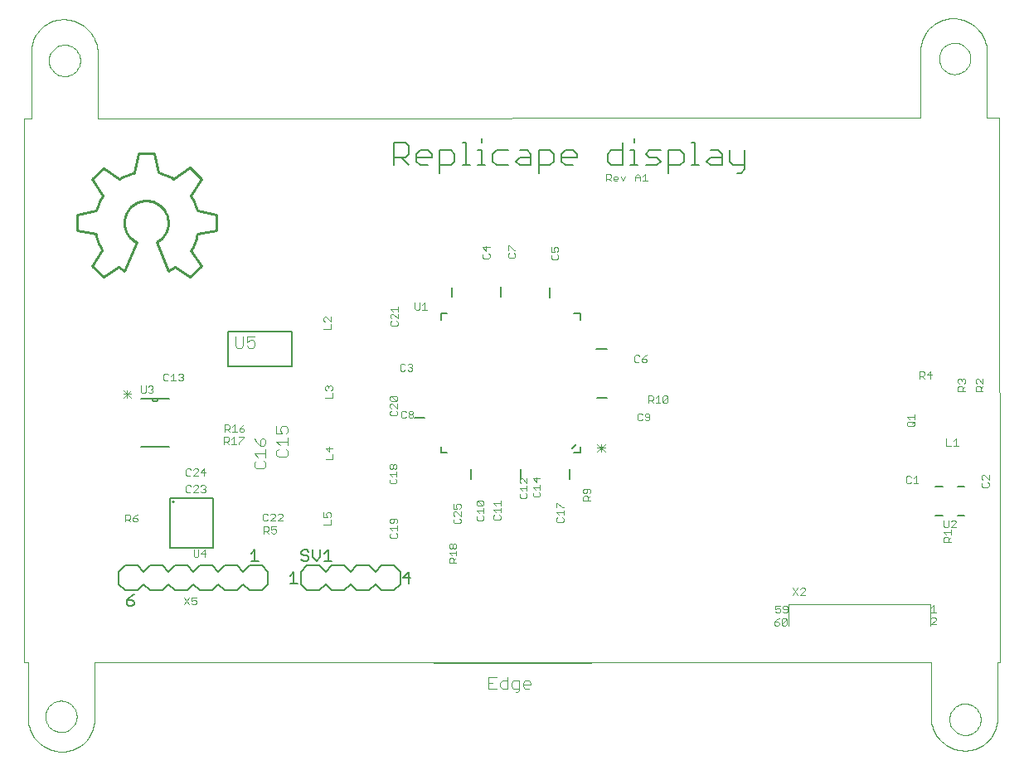
<source format=gto>
G75*
G70*
%OFA0B0*%
%FSLAX24Y24*%
%IPPOS*%
%LPD*%
%AMOC8*
5,1,8,0,0,1.08239X$1,22.5*
%
%ADD10C,0.0000*%
%ADD11C,0.0080*%
%ADD12C,0.0030*%
%ADD13C,0.0060*%
%ADD14C,0.0039*%
%ADD15C,0.0050*%
%ADD16C,0.0040*%
%ADD17C,0.0100*%
D10*
X001652Y000107D02*
X001722Y000109D01*
X001792Y000115D01*
X001862Y000124D01*
X001931Y000137D01*
X002000Y000154D01*
X002067Y000175D01*
X002133Y000199D01*
X002197Y000227D01*
X002260Y000258D01*
X002322Y000293D01*
X002381Y000331D01*
X002438Y000372D01*
X002493Y000416D01*
X002545Y000463D01*
X002595Y000513D01*
X002642Y000565D01*
X002686Y000620D01*
X002727Y000677D01*
X002765Y000736D01*
X002800Y000798D01*
X002831Y000861D01*
X002859Y000925D01*
X002883Y000991D01*
X002904Y001058D01*
X002921Y001127D01*
X002934Y001196D01*
X002943Y001266D01*
X002949Y001336D01*
X002951Y001406D01*
X002951Y003690D01*
X036573Y003690D01*
X036573Y001524D01*
X036575Y001452D01*
X036581Y001380D01*
X036590Y001308D01*
X036603Y001237D01*
X036620Y001167D01*
X036640Y001098D01*
X036665Y001030D01*
X036692Y000964D01*
X036723Y000898D01*
X036758Y000835D01*
X036795Y000773D01*
X036836Y000714D01*
X036880Y000657D01*
X036927Y000602D01*
X036977Y000550D01*
X037029Y000500D01*
X037084Y000453D01*
X037141Y000409D01*
X037200Y000368D01*
X037262Y000331D01*
X037325Y000296D01*
X037391Y000265D01*
X037457Y000238D01*
X037525Y000213D01*
X037594Y000193D01*
X037664Y000176D01*
X037735Y000163D01*
X037807Y000154D01*
X037879Y000148D01*
X037951Y000146D01*
X037321Y001406D02*
X037323Y001456D01*
X037329Y001506D01*
X037339Y001555D01*
X037353Y001603D01*
X037370Y001650D01*
X037391Y001695D01*
X037416Y001739D01*
X037444Y001780D01*
X037476Y001819D01*
X037510Y001856D01*
X037547Y001890D01*
X037587Y001920D01*
X037629Y001947D01*
X037673Y001971D01*
X037719Y001992D01*
X037766Y002008D01*
X037814Y002021D01*
X037864Y002030D01*
X037913Y002035D01*
X037964Y002036D01*
X038014Y002033D01*
X038063Y002026D01*
X038112Y002015D01*
X038160Y002000D01*
X038206Y001982D01*
X038251Y001960D01*
X038294Y001934D01*
X038335Y001905D01*
X038374Y001873D01*
X038410Y001838D01*
X038442Y001800D01*
X038472Y001760D01*
X038499Y001717D01*
X038522Y001673D01*
X038541Y001627D01*
X038557Y001579D01*
X038569Y001530D01*
X038577Y001481D01*
X038581Y001431D01*
X038581Y001381D01*
X038577Y001331D01*
X038569Y001282D01*
X038557Y001233D01*
X038541Y001185D01*
X038522Y001139D01*
X038499Y001095D01*
X038472Y001052D01*
X038442Y001012D01*
X038410Y000974D01*
X038374Y000939D01*
X038335Y000907D01*
X038294Y000878D01*
X038251Y000852D01*
X038206Y000830D01*
X038160Y000812D01*
X038112Y000797D01*
X038063Y000786D01*
X038014Y000779D01*
X037964Y000776D01*
X037913Y000777D01*
X037864Y000782D01*
X037814Y000791D01*
X037766Y000804D01*
X037719Y000820D01*
X037673Y000841D01*
X037629Y000865D01*
X037587Y000892D01*
X037547Y000922D01*
X037510Y000956D01*
X037476Y000993D01*
X037444Y001032D01*
X037416Y001073D01*
X037391Y001117D01*
X037370Y001162D01*
X037353Y001209D01*
X037339Y001257D01*
X037329Y001306D01*
X037323Y001356D01*
X037321Y001406D01*
X037951Y000147D02*
X038021Y000149D01*
X038091Y000155D01*
X038161Y000164D01*
X038230Y000177D01*
X038299Y000194D01*
X038366Y000215D01*
X038432Y000239D01*
X038496Y000267D01*
X038559Y000298D01*
X038621Y000333D01*
X038680Y000371D01*
X038737Y000412D01*
X038792Y000456D01*
X038844Y000503D01*
X038894Y000553D01*
X038941Y000605D01*
X038985Y000660D01*
X039026Y000717D01*
X039064Y000776D01*
X039099Y000838D01*
X039130Y000901D01*
X039158Y000965D01*
X039182Y001031D01*
X039203Y001098D01*
X039220Y001167D01*
X039233Y001236D01*
X039242Y001306D01*
X039248Y001376D01*
X039250Y001446D01*
X039250Y003690D01*
X039349Y003690D01*
X039329Y025619D01*
X038837Y025619D01*
X038837Y028217D01*
X036907Y027981D02*
X036909Y028031D01*
X036915Y028081D01*
X036925Y028130D01*
X036939Y028178D01*
X036956Y028225D01*
X036977Y028270D01*
X037002Y028314D01*
X037030Y028355D01*
X037062Y028394D01*
X037096Y028431D01*
X037133Y028465D01*
X037173Y028495D01*
X037215Y028522D01*
X037259Y028546D01*
X037305Y028567D01*
X037352Y028583D01*
X037400Y028596D01*
X037450Y028605D01*
X037499Y028610D01*
X037550Y028611D01*
X037600Y028608D01*
X037649Y028601D01*
X037698Y028590D01*
X037746Y028575D01*
X037792Y028557D01*
X037837Y028535D01*
X037880Y028509D01*
X037921Y028480D01*
X037960Y028448D01*
X037996Y028413D01*
X038028Y028375D01*
X038058Y028335D01*
X038085Y028292D01*
X038108Y028248D01*
X038127Y028202D01*
X038143Y028154D01*
X038155Y028105D01*
X038163Y028056D01*
X038167Y028006D01*
X038167Y027956D01*
X038163Y027906D01*
X038155Y027857D01*
X038143Y027808D01*
X038127Y027760D01*
X038108Y027714D01*
X038085Y027670D01*
X038058Y027627D01*
X038028Y027587D01*
X037996Y027549D01*
X037960Y027514D01*
X037921Y027482D01*
X037880Y027453D01*
X037837Y027427D01*
X037792Y027405D01*
X037746Y027387D01*
X037698Y027372D01*
X037649Y027361D01*
X037600Y027354D01*
X037550Y027351D01*
X037499Y027352D01*
X037450Y027357D01*
X037400Y027366D01*
X037352Y027379D01*
X037305Y027395D01*
X037259Y027416D01*
X037215Y027440D01*
X037173Y027467D01*
X037133Y027497D01*
X037096Y027531D01*
X037062Y027568D01*
X037030Y027607D01*
X037002Y027648D01*
X036977Y027692D01*
X036956Y027737D01*
X036939Y027784D01*
X036925Y027832D01*
X036915Y027881D01*
X036909Y027931D01*
X036907Y027981D01*
X037459Y029595D02*
X037531Y029593D01*
X037603Y029587D01*
X037675Y029578D01*
X037746Y029565D01*
X037816Y029548D01*
X037885Y029528D01*
X037953Y029503D01*
X038019Y029476D01*
X038085Y029445D01*
X038148Y029410D01*
X038210Y029373D01*
X038269Y029332D01*
X038326Y029288D01*
X038381Y029241D01*
X038433Y029191D01*
X038483Y029139D01*
X038530Y029084D01*
X038574Y029027D01*
X038615Y028968D01*
X038652Y028906D01*
X038687Y028843D01*
X038718Y028777D01*
X038745Y028711D01*
X038770Y028643D01*
X038790Y028574D01*
X038807Y028504D01*
X038820Y028433D01*
X038829Y028361D01*
X038835Y028289D01*
X038837Y028217D01*
X037459Y029595D02*
X037389Y029593D01*
X037319Y029587D01*
X037249Y029578D01*
X037180Y029565D01*
X037111Y029548D01*
X037044Y029527D01*
X036978Y029503D01*
X036914Y029475D01*
X036851Y029444D01*
X036789Y029409D01*
X036730Y029371D01*
X036673Y029330D01*
X036618Y029286D01*
X036566Y029239D01*
X036516Y029189D01*
X036469Y029137D01*
X036425Y029082D01*
X036384Y029025D01*
X036346Y028966D01*
X036311Y028904D01*
X036280Y028841D01*
X036252Y028777D01*
X036228Y028711D01*
X036207Y028644D01*
X036190Y028575D01*
X036177Y028506D01*
X036168Y028436D01*
X036162Y028366D01*
X036160Y028296D01*
X036160Y025619D01*
X003089Y025580D01*
X003089Y028178D01*
X001120Y027902D02*
X001122Y027952D01*
X001128Y028002D01*
X001138Y028051D01*
X001152Y028099D01*
X001169Y028146D01*
X001190Y028191D01*
X001215Y028235D01*
X001243Y028276D01*
X001275Y028315D01*
X001309Y028352D01*
X001346Y028386D01*
X001386Y028416D01*
X001428Y028443D01*
X001472Y028467D01*
X001518Y028488D01*
X001565Y028504D01*
X001613Y028517D01*
X001663Y028526D01*
X001712Y028531D01*
X001763Y028532D01*
X001813Y028529D01*
X001862Y028522D01*
X001911Y028511D01*
X001959Y028496D01*
X002005Y028478D01*
X002050Y028456D01*
X002093Y028430D01*
X002134Y028401D01*
X002173Y028369D01*
X002209Y028334D01*
X002241Y028296D01*
X002271Y028256D01*
X002298Y028213D01*
X002321Y028169D01*
X002340Y028123D01*
X002356Y028075D01*
X002368Y028026D01*
X002376Y027977D01*
X002380Y027927D01*
X002380Y027877D01*
X002376Y027827D01*
X002368Y027778D01*
X002356Y027729D01*
X002340Y027681D01*
X002321Y027635D01*
X002298Y027591D01*
X002271Y027548D01*
X002241Y027508D01*
X002209Y027470D01*
X002173Y027435D01*
X002134Y027403D01*
X002093Y027374D01*
X002050Y027348D01*
X002005Y027326D01*
X001959Y027308D01*
X001911Y027293D01*
X001862Y027282D01*
X001813Y027275D01*
X001763Y027272D01*
X001712Y027273D01*
X001663Y027278D01*
X001613Y027287D01*
X001565Y027300D01*
X001518Y027316D01*
X001472Y027337D01*
X001428Y027361D01*
X001386Y027388D01*
X001346Y027418D01*
X001309Y027452D01*
X001275Y027489D01*
X001243Y027528D01*
X001215Y027569D01*
X001190Y027613D01*
X001169Y027658D01*
X001152Y027705D01*
X001138Y027753D01*
X001128Y027802D01*
X001122Y027852D01*
X001120Y027902D01*
X001711Y029556D02*
X001783Y029554D01*
X001855Y029548D01*
X001927Y029539D01*
X001998Y029526D01*
X002068Y029509D01*
X002137Y029489D01*
X002205Y029464D01*
X002271Y029437D01*
X002337Y029406D01*
X002400Y029371D01*
X002462Y029334D01*
X002521Y029293D01*
X002578Y029249D01*
X002633Y029202D01*
X002685Y029152D01*
X002735Y029100D01*
X002782Y029045D01*
X002826Y028988D01*
X002867Y028929D01*
X002904Y028867D01*
X002939Y028804D01*
X002970Y028738D01*
X002997Y028672D01*
X003022Y028604D01*
X003042Y028535D01*
X003059Y028465D01*
X003072Y028394D01*
X003081Y028322D01*
X003087Y028250D01*
X003089Y028178D01*
X001711Y029556D02*
X001641Y029554D01*
X001571Y029548D01*
X001501Y029539D01*
X001432Y029526D01*
X001363Y029509D01*
X001296Y029488D01*
X001230Y029464D01*
X001166Y029436D01*
X001103Y029405D01*
X001041Y029370D01*
X000982Y029332D01*
X000925Y029291D01*
X000870Y029247D01*
X000818Y029200D01*
X000768Y029150D01*
X000721Y029098D01*
X000677Y029043D01*
X000636Y028986D01*
X000598Y028927D01*
X000563Y028865D01*
X000532Y028802D01*
X000504Y028738D01*
X000480Y028672D01*
X000459Y028605D01*
X000442Y028536D01*
X000429Y028467D01*
X000420Y028397D01*
X000414Y028327D01*
X000412Y028257D01*
X000411Y028257D02*
X000411Y025580D01*
X000136Y025580D01*
X000136Y003690D01*
X000274Y003690D01*
X000274Y001485D01*
X000982Y001524D02*
X000984Y001574D01*
X000990Y001624D01*
X001000Y001673D01*
X001014Y001721D01*
X001031Y001768D01*
X001052Y001813D01*
X001077Y001857D01*
X001105Y001898D01*
X001137Y001937D01*
X001171Y001974D01*
X001208Y002008D01*
X001248Y002038D01*
X001290Y002065D01*
X001334Y002089D01*
X001380Y002110D01*
X001427Y002126D01*
X001475Y002139D01*
X001525Y002148D01*
X001574Y002153D01*
X001625Y002154D01*
X001675Y002151D01*
X001724Y002144D01*
X001773Y002133D01*
X001821Y002118D01*
X001867Y002100D01*
X001912Y002078D01*
X001955Y002052D01*
X001996Y002023D01*
X002035Y001991D01*
X002071Y001956D01*
X002103Y001918D01*
X002133Y001878D01*
X002160Y001835D01*
X002183Y001791D01*
X002202Y001745D01*
X002218Y001697D01*
X002230Y001648D01*
X002238Y001599D01*
X002242Y001549D01*
X002242Y001499D01*
X002238Y001449D01*
X002230Y001400D01*
X002218Y001351D01*
X002202Y001303D01*
X002183Y001257D01*
X002160Y001213D01*
X002133Y001170D01*
X002103Y001130D01*
X002071Y001092D01*
X002035Y001057D01*
X001996Y001025D01*
X001955Y000996D01*
X001912Y000970D01*
X001867Y000948D01*
X001821Y000930D01*
X001773Y000915D01*
X001724Y000904D01*
X001675Y000897D01*
X001625Y000894D01*
X001574Y000895D01*
X001525Y000900D01*
X001475Y000909D01*
X001427Y000922D01*
X001380Y000938D01*
X001334Y000959D01*
X001290Y000983D01*
X001248Y001010D01*
X001208Y001040D01*
X001171Y001074D01*
X001137Y001111D01*
X001105Y001150D01*
X001077Y001191D01*
X001052Y001235D01*
X001031Y001280D01*
X001014Y001327D01*
X001000Y001375D01*
X000990Y001424D01*
X000984Y001474D01*
X000982Y001524D01*
X000274Y001485D02*
X000276Y001413D01*
X000282Y001341D01*
X000291Y001269D01*
X000304Y001198D01*
X000321Y001128D01*
X000341Y001059D01*
X000366Y000991D01*
X000393Y000925D01*
X000424Y000859D01*
X000459Y000796D01*
X000496Y000734D01*
X000537Y000675D01*
X000581Y000618D01*
X000628Y000563D01*
X000678Y000511D01*
X000730Y000461D01*
X000785Y000414D01*
X000842Y000370D01*
X000901Y000329D01*
X000963Y000292D01*
X001026Y000257D01*
X001092Y000226D01*
X001158Y000199D01*
X001226Y000174D01*
X001295Y000154D01*
X001365Y000137D01*
X001436Y000124D01*
X001508Y000115D01*
X001580Y000109D01*
X001652Y000107D01*
D11*
X008314Y015608D02*
X008314Y017008D01*
X010895Y017008D01*
X010895Y015608D01*
X008314Y015608D01*
X016821Y023384D02*
X016821Y024304D01*
X017281Y024304D01*
X017434Y024151D01*
X017434Y023844D01*
X017281Y023690D01*
X016821Y023690D01*
X016514Y023997D02*
X015900Y023997D01*
X015900Y023844D02*
X015900Y024151D01*
X016053Y024304D01*
X016360Y024304D01*
X016514Y024151D01*
X016514Y023997D01*
X016360Y023690D02*
X016053Y023690D01*
X015900Y023844D01*
X015593Y023690D02*
X015286Y023997D01*
X015439Y023997D02*
X014979Y023997D01*
X014979Y023690D02*
X014979Y024611D01*
X015439Y024611D01*
X015593Y024458D01*
X015593Y024151D01*
X015439Y023997D01*
X017741Y023690D02*
X018048Y023690D01*
X017895Y023690D02*
X017895Y024611D01*
X017741Y024611D01*
X018355Y024304D02*
X018509Y024304D01*
X018509Y023690D01*
X018662Y023690D02*
X018355Y023690D01*
X018969Y023844D02*
X019122Y023690D01*
X019583Y023690D01*
X019890Y023844D02*
X020043Y023997D01*
X020504Y023997D01*
X020504Y024151D02*
X020504Y023690D01*
X020043Y023690D01*
X019890Y023844D01*
X020043Y024304D02*
X020350Y024304D01*
X020504Y024151D01*
X020810Y024304D02*
X021271Y024304D01*
X021424Y024151D01*
X021424Y023844D01*
X021271Y023690D01*
X020810Y023690D01*
X020810Y023384D02*
X020810Y024304D01*
X021731Y024151D02*
X021731Y023844D01*
X021885Y023690D01*
X022192Y023690D01*
X022345Y023997D02*
X021731Y023997D01*
X021731Y024151D02*
X021885Y024304D01*
X022192Y024304D01*
X022345Y024151D01*
X022345Y023997D01*
X023573Y023844D02*
X023726Y023690D01*
X024186Y023690D01*
X024186Y024611D01*
X024186Y024304D02*
X023726Y024304D01*
X023573Y024151D01*
X023573Y023844D01*
X024493Y023690D02*
X024800Y023690D01*
X024647Y023690D02*
X024647Y024304D01*
X024493Y024304D01*
X024647Y024611D02*
X024647Y024765D01*
X025261Y024304D02*
X025721Y024304D01*
X026028Y024304D02*
X026488Y024304D01*
X026642Y024151D01*
X026642Y023844D01*
X026488Y023690D01*
X026028Y023690D01*
X026028Y023384D02*
X026028Y024304D01*
X025721Y023844D02*
X025568Y023997D01*
X025261Y023997D01*
X025107Y024151D01*
X025261Y024304D01*
X025721Y023844D02*
X025568Y023690D01*
X025107Y023690D01*
X026949Y023690D02*
X027256Y023690D01*
X027102Y023690D02*
X027102Y024611D01*
X026949Y024611D01*
X027716Y024304D02*
X028023Y024304D01*
X028176Y024151D01*
X028176Y023690D01*
X027716Y023690D01*
X027563Y023844D01*
X027716Y023997D01*
X028176Y023997D01*
X028483Y023844D02*
X028637Y023690D01*
X029097Y023690D01*
X029097Y023537D02*
X028944Y023384D01*
X028790Y023384D01*
X029097Y023537D02*
X029097Y024304D01*
X028483Y024304D02*
X028483Y023844D01*
X019583Y024304D02*
X019122Y024304D01*
X018969Y024151D01*
X018969Y023844D01*
X018509Y024611D02*
X018509Y024765D01*
X036770Y010769D02*
X037057Y010769D01*
X037645Y010769D02*
X037932Y010769D01*
X037932Y009608D02*
X037645Y009608D01*
X037057Y009608D02*
X036770Y009608D01*
D12*
X037097Y009419D02*
X037097Y009177D01*
X037145Y009129D01*
X037242Y009129D01*
X037290Y009177D01*
X037290Y009419D01*
X037392Y009370D02*
X037440Y009419D01*
X037537Y009419D01*
X037585Y009370D01*
X037585Y009322D01*
X037392Y009129D01*
X037585Y009129D01*
X037388Y009032D02*
X037388Y008839D01*
X037388Y008935D02*
X037098Y008935D01*
X037194Y008839D01*
X037146Y008737D02*
X037243Y008737D01*
X037291Y008689D01*
X037291Y008544D01*
X037291Y008641D02*
X037388Y008737D01*
X037388Y008544D02*
X037098Y008544D01*
X037098Y008689D01*
X037146Y008737D01*
X036070Y010900D02*
X035877Y010900D01*
X035974Y010900D02*
X035974Y011190D01*
X035877Y011093D01*
X035776Y011142D02*
X035727Y011190D01*
X035631Y011190D01*
X035582Y011142D01*
X035582Y010948D01*
X035631Y010900D01*
X035727Y010900D01*
X035776Y010948D01*
X037187Y012410D02*
X037380Y012410D01*
X037482Y012410D02*
X037675Y012410D01*
X037578Y012410D02*
X037578Y012701D01*
X037482Y012604D01*
X037187Y012701D02*
X037187Y012410D01*
X035906Y013239D02*
X035858Y013191D01*
X035664Y013191D01*
X035616Y013239D01*
X035616Y013336D01*
X035664Y013384D01*
X035858Y013384D01*
X035906Y013336D01*
X035906Y013239D01*
X035810Y013288D02*
X035906Y013384D01*
X035906Y013486D02*
X035906Y013679D01*
X035906Y013582D02*
X035616Y013582D01*
X035713Y013486D01*
X036121Y015116D02*
X036121Y015406D01*
X036266Y015406D01*
X036315Y015358D01*
X036315Y015261D01*
X036266Y015213D01*
X036121Y015213D01*
X036218Y015213D02*
X036315Y015116D01*
X036416Y015261D02*
X036609Y015261D01*
X036561Y015116D02*
X036561Y015406D01*
X036416Y015261D01*
X037671Y015056D02*
X037720Y015104D01*
X037768Y015104D01*
X037816Y015056D01*
X037865Y015104D01*
X037913Y015104D01*
X037961Y015056D01*
X037961Y014959D01*
X037913Y014911D01*
X037961Y014810D02*
X037865Y014713D01*
X037865Y014761D02*
X037865Y014616D01*
X037961Y014616D02*
X037671Y014616D01*
X037671Y014761D01*
X037720Y014810D01*
X037816Y014810D01*
X037865Y014761D01*
X037720Y014911D02*
X037671Y014959D01*
X037671Y015056D01*
X037816Y015056D02*
X037816Y015008D01*
X038380Y015056D02*
X038380Y014959D01*
X038428Y014911D01*
X038428Y014810D02*
X038380Y014761D01*
X038380Y014616D01*
X038670Y014616D01*
X038573Y014616D02*
X038573Y014761D01*
X038525Y014810D01*
X038428Y014810D01*
X038573Y014713D02*
X038670Y014810D01*
X038670Y014911D02*
X038477Y015104D01*
X038428Y015104D01*
X038380Y015056D01*
X038670Y015104D02*
X038670Y014911D01*
X038668Y011238D02*
X038620Y011190D01*
X038620Y011093D01*
X038668Y011045D01*
X038668Y010944D02*
X038620Y010895D01*
X038620Y010799D01*
X038668Y010750D01*
X038862Y010750D01*
X038910Y010799D01*
X038910Y010895D01*
X038862Y010944D01*
X038910Y011045D02*
X038716Y011238D01*
X038668Y011238D01*
X038910Y011238D02*
X038910Y011045D01*
X036696Y005999D02*
X036696Y005709D01*
X036696Y005999D01*
X036600Y005902D01*
X036696Y005999D01*
X036600Y005709D02*
X036793Y005709D01*
X036600Y005709D01*
X036636Y005511D02*
X036588Y005462D01*
X036636Y005511D01*
X036733Y005511D01*
X036781Y005462D01*
X036781Y005414D01*
X036588Y005221D01*
X036781Y005221D01*
X036588Y005221D01*
X036781Y005414D01*
X036781Y005462D01*
X036733Y005511D01*
X036636Y005511D01*
X031525Y006402D02*
X031331Y006402D01*
X031525Y006595D01*
X031525Y006643D01*
X031476Y006692D01*
X031380Y006692D01*
X031331Y006643D01*
X031230Y006692D02*
X031037Y006402D01*
X031230Y006402D02*
X031037Y006692D01*
X030768Y005983D02*
X030671Y005983D01*
X030623Y005935D01*
X030623Y005886D01*
X030671Y005838D01*
X030816Y005838D01*
X030671Y005838D01*
X030623Y005886D01*
X030623Y005935D01*
X030671Y005983D01*
X030768Y005983D01*
X030816Y005935D01*
X030816Y005741D01*
X030768Y005693D01*
X030671Y005693D01*
X030623Y005741D01*
X030671Y005693D01*
X030768Y005693D01*
X030816Y005741D01*
X030816Y005935D01*
X030768Y005983D01*
X030522Y005983D02*
X030328Y005983D01*
X030328Y005838D01*
X030425Y005886D01*
X030473Y005886D01*
X030522Y005838D01*
X030522Y005741D01*
X030473Y005693D01*
X030376Y005693D01*
X030328Y005741D01*
X030376Y005693D01*
X030473Y005693D01*
X030522Y005741D01*
X030522Y005838D01*
X030473Y005886D01*
X030425Y005886D01*
X030328Y005838D01*
X030328Y005983D01*
X030522Y005983D01*
X030482Y005471D02*
X030385Y005423D01*
X030289Y005326D01*
X030434Y005326D01*
X030482Y005278D01*
X030482Y005229D01*
X030434Y005181D01*
X030337Y005181D01*
X030289Y005229D01*
X030289Y005326D01*
X030434Y005326D01*
X030482Y005278D01*
X030482Y005229D01*
X030434Y005181D01*
X030337Y005181D01*
X030289Y005229D01*
X030289Y005326D01*
X030385Y005423D01*
X030482Y005471D01*
X030583Y005423D02*
X030583Y005229D01*
X030777Y005423D01*
X030777Y005229D01*
X030728Y005181D01*
X030632Y005181D01*
X030583Y005229D01*
X030777Y005423D01*
X030728Y005471D01*
X030632Y005471D01*
X030583Y005423D01*
X030632Y005471D01*
X030728Y005471D01*
X030777Y005423D01*
X030777Y005229D01*
X030728Y005181D01*
X030632Y005181D01*
X030583Y005229D01*
X030583Y005423D01*
X022896Y010196D02*
X022605Y010196D01*
X022605Y010341D01*
X022654Y010390D01*
X022751Y010390D01*
X022799Y010341D01*
X022799Y010196D01*
X022799Y010293D02*
X022896Y010390D01*
X022847Y010491D02*
X022896Y010539D01*
X022896Y010636D01*
X022847Y010684D01*
X022654Y010684D01*
X022605Y010636D01*
X022605Y010539D01*
X022654Y010491D01*
X022702Y010491D01*
X022751Y010539D01*
X022751Y010684D01*
X021813Y009920D02*
X021765Y009920D01*
X021571Y010113D01*
X021523Y010113D01*
X021523Y009920D01*
X021523Y009722D02*
X021813Y009722D01*
X021813Y009625D02*
X021813Y009819D01*
X021619Y009625D02*
X021523Y009722D01*
X021571Y009524D02*
X021523Y009476D01*
X021523Y009379D01*
X021571Y009331D01*
X021765Y009331D01*
X021813Y009379D01*
X021813Y009476D01*
X021765Y009524D01*
X020868Y010403D02*
X020820Y010354D01*
X020626Y010354D01*
X020578Y010403D01*
X020578Y010499D01*
X020626Y010548D01*
X020675Y010649D02*
X020578Y010746D01*
X020868Y010746D01*
X020868Y010842D02*
X020868Y010649D01*
X020820Y010548D02*
X020868Y010499D01*
X020868Y010403D01*
X020337Y010363D02*
X020337Y010460D01*
X020288Y010508D01*
X020337Y010610D02*
X020337Y010803D01*
X020337Y010706D02*
X020046Y010706D01*
X020143Y010610D01*
X020095Y010508D02*
X020046Y010460D01*
X020046Y010363D01*
X020095Y010315D01*
X020288Y010315D01*
X020337Y010363D01*
X020337Y010904D02*
X020143Y011098D01*
X020095Y011098D01*
X020046Y011049D01*
X020046Y010953D01*
X020095Y010904D01*
X020337Y010904D02*
X020337Y011098D01*
X020578Y011089D02*
X020723Y010944D01*
X020723Y011137D01*
X020868Y011089D02*
X020578Y011089D01*
X019274Y010212D02*
X019274Y010018D01*
X019274Y010115D02*
X018983Y010115D01*
X019080Y010018D01*
X019274Y009917D02*
X019274Y009724D01*
X019274Y009820D02*
X018983Y009820D01*
X019080Y009724D01*
X019032Y009623D02*
X018983Y009574D01*
X018983Y009477D01*
X019032Y009429D01*
X019225Y009429D01*
X019274Y009477D01*
X019274Y009574D01*
X019225Y009623D01*
X018604Y009555D02*
X018604Y009458D01*
X018556Y009409D01*
X018362Y009409D01*
X018314Y009458D01*
X018314Y009555D01*
X018362Y009603D01*
X018411Y009704D02*
X018314Y009801D01*
X018604Y009801D01*
X018604Y009704D02*
X018604Y009898D01*
X018556Y009999D02*
X018362Y010192D01*
X018556Y010192D01*
X018604Y010144D01*
X018604Y010047D01*
X018556Y009999D01*
X018362Y009999D01*
X018314Y010047D01*
X018314Y010144D01*
X018362Y010192D01*
X018556Y009603D02*
X018604Y009555D01*
X017679Y009586D02*
X017486Y009779D01*
X017437Y009779D01*
X017389Y009731D01*
X017389Y009634D01*
X017437Y009586D01*
X017437Y009485D02*
X017389Y009436D01*
X017389Y009340D01*
X017437Y009291D01*
X017631Y009291D01*
X017679Y009340D01*
X017679Y009436D01*
X017631Y009485D01*
X017679Y009586D02*
X017679Y009779D01*
X017631Y009881D02*
X017679Y009929D01*
X017679Y010026D01*
X017631Y010074D01*
X017534Y010074D01*
X017486Y010026D01*
X017486Y009977D01*
X017534Y009881D01*
X017389Y009881D01*
X017389Y010074D01*
X017405Y008480D02*
X017454Y008480D01*
X017502Y008431D01*
X017502Y008334D01*
X017454Y008286D01*
X017405Y008286D01*
X017357Y008334D01*
X017357Y008431D01*
X017405Y008480D01*
X017357Y008431D02*
X017308Y008480D01*
X017260Y008480D01*
X017212Y008431D01*
X017212Y008334D01*
X017260Y008286D01*
X017308Y008286D01*
X017357Y008334D01*
X017502Y008185D02*
X017502Y007991D01*
X017502Y008088D02*
X017212Y008088D01*
X017308Y007991D01*
X017260Y007890D02*
X017357Y007890D01*
X017405Y007842D01*
X017405Y007697D01*
X017405Y007794D02*
X017502Y007890D01*
X017502Y007697D02*
X017212Y007697D01*
X017212Y007842D01*
X017260Y007890D01*
X015122Y008751D02*
X015122Y008848D01*
X015074Y008896D01*
X015122Y008997D02*
X015122Y009191D01*
X015122Y009094D02*
X014832Y009094D01*
X014929Y008997D01*
X014880Y008896D02*
X014832Y008848D01*
X014832Y008751D01*
X014880Y008703D01*
X015074Y008703D01*
X015122Y008751D01*
X015074Y009292D02*
X015122Y009340D01*
X015122Y009437D01*
X015074Y009485D01*
X014880Y009485D01*
X014832Y009437D01*
X014832Y009340D01*
X014880Y009292D01*
X014929Y009292D01*
X014977Y009340D01*
X014977Y009485D01*
X015054Y010888D02*
X014860Y010888D01*
X014812Y010936D01*
X014812Y011033D01*
X014860Y011081D01*
X014909Y011182D02*
X014812Y011279D01*
X015102Y011279D01*
X015102Y011182D02*
X015102Y011376D01*
X015054Y011477D02*
X015006Y011477D01*
X014957Y011525D01*
X014957Y011622D01*
X015006Y011671D01*
X015054Y011671D01*
X015102Y011622D01*
X015102Y011525D01*
X015054Y011477D01*
X014957Y011525D02*
X014909Y011477D01*
X014860Y011477D01*
X014812Y011525D01*
X014812Y011622D01*
X014860Y011671D01*
X014909Y011671D01*
X014957Y011622D01*
X015054Y011081D02*
X015102Y011033D01*
X015102Y010936D01*
X015054Y010888D01*
X012534Y011872D02*
X012534Y012066D01*
X012389Y012167D02*
X012389Y012360D01*
X012534Y012312D02*
X012244Y012312D01*
X012389Y012167D01*
X012244Y011872D02*
X012534Y011872D01*
X014832Y013672D02*
X014880Y013624D01*
X015074Y013624D01*
X015122Y013672D01*
X015122Y013769D01*
X015074Y013817D01*
X015122Y013919D02*
X014929Y014112D01*
X014880Y014112D01*
X014832Y014064D01*
X014832Y013967D01*
X014880Y013919D01*
X014880Y013817D02*
X014832Y013769D01*
X014832Y013672D01*
X015122Y013919D02*
X015122Y014112D01*
X015074Y014213D02*
X014880Y014407D01*
X015074Y014407D01*
X015122Y014358D01*
X015122Y014262D01*
X015074Y014213D01*
X014880Y014213D01*
X014832Y014262D01*
X014832Y014358D01*
X014880Y014407D01*
X015332Y013819D02*
X015284Y013770D01*
X015284Y013577D01*
X015332Y013528D01*
X015429Y013528D01*
X015478Y013577D01*
X015579Y013577D02*
X015579Y013625D01*
X015627Y013674D01*
X015724Y013674D01*
X015772Y013625D01*
X015772Y013577D01*
X015724Y013528D01*
X015627Y013528D01*
X015579Y013577D01*
X015627Y013674D02*
X015579Y013722D01*
X015579Y013770D01*
X015627Y013819D01*
X015724Y013819D01*
X015772Y013770D01*
X015772Y013722D01*
X015724Y013674D01*
X015478Y013770D02*
X015429Y013819D01*
X015332Y013819D01*
X015293Y015418D02*
X015390Y015418D01*
X015438Y015467D01*
X015539Y015467D02*
X015588Y015418D01*
X015684Y015418D01*
X015733Y015467D01*
X015733Y015515D01*
X015684Y015563D01*
X015636Y015563D01*
X015684Y015563D02*
X015733Y015612D01*
X015733Y015660D01*
X015684Y015708D01*
X015588Y015708D01*
X015539Y015660D01*
X015438Y015660D02*
X015390Y015708D01*
X015293Y015708D01*
X015245Y015660D01*
X015245Y015467D01*
X015293Y015418D01*
X015093Y017226D02*
X014900Y017226D01*
X014851Y017275D01*
X014851Y017371D01*
X014900Y017420D01*
X014900Y017521D02*
X014851Y017569D01*
X014851Y017666D01*
X014900Y017714D01*
X014948Y017714D01*
X015142Y017521D01*
X015142Y017714D01*
X015142Y017816D02*
X015142Y018009D01*
X015142Y017912D02*
X014851Y017912D01*
X014948Y017816D01*
X015093Y017420D02*
X015142Y017371D01*
X015142Y017275D01*
X015093Y017226D01*
X015838Y017924D02*
X015886Y017876D01*
X015983Y017876D01*
X016032Y017924D01*
X016032Y018166D01*
X016133Y018069D02*
X016230Y018166D01*
X016230Y017876D01*
X016326Y017876D02*
X016133Y017876D01*
X015838Y017924D02*
X015838Y018166D01*
X018557Y019999D02*
X018605Y019951D01*
X018799Y019951D01*
X018847Y019999D01*
X018847Y020096D01*
X018799Y020144D01*
X018702Y020245D02*
X018557Y020391D01*
X018847Y020391D01*
X018702Y020439D02*
X018702Y020245D01*
X018605Y020144D02*
X018557Y020096D01*
X018557Y019999D01*
X019581Y020019D02*
X019629Y019971D01*
X019823Y019971D01*
X019871Y020019D01*
X019871Y020116D01*
X019823Y020164D01*
X019823Y020265D02*
X019629Y020459D01*
X019581Y020459D01*
X019581Y020265D01*
X019629Y020164D02*
X019581Y020116D01*
X019581Y020019D01*
X019823Y020265D02*
X019871Y020265D01*
X021313Y020206D02*
X021458Y020206D01*
X021410Y020303D01*
X021410Y020351D01*
X021458Y020400D01*
X021555Y020400D01*
X021603Y020351D01*
X021603Y020254D01*
X021555Y020206D01*
X021555Y020105D02*
X021603Y020057D01*
X021603Y019960D01*
X021555Y019911D01*
X021361Y019911D01*
X021313Y019960D01*
X021313Y020057D01*
X021361Y020105D01*
X021313Y020206D02*
X021313Y020400D01*
X023517Y023055D02*
X023517Y023345D01*
X023662Y023345D01*
X023711Y023297D01*
X023711Y023200D01*
X023662Y023152D01*
X023517Y023152D01*
X023614Y023152D02*
X023711Y023055D01*
X023812Y023104D02*
X023812Y023200D01*
X023860Y023249D01*
X023957Y023249D01*
X024005Y023200D01*
X024005Y023152D01*
X023812Y023152D01*
X023812Y023104D02*
X023860Y023055D01*
X023957Y023055D01*
X024106Y023249D02*
X024203Y023055D01*
X024300Y023249D01*
X024696Y023249D02*
X024696Y023055D01*
X024696Y023200D02*
X024889Y023200D01*
X024889Y023249D02*
X024889Y023055D01*
X024990Y023055D02*
X025184Y023055D01*
X025087Y023055D02*
X025087Y023345D01*
X024990Y023249D01*
X024889Y023249D02*
X024792Y023345D01*
X024696Y023249D01*
X024713Y016056D02*
X024665Y016008D01*
X024665Y015814D01*
X024713Y015766D01*
X024810Y015766D01*
X024858Y015814D01*
X024959Y015814D02*
X025008Y015766D01*
X025104Y015766D01*
X025153Y015814D01*
X025153Y015863D01*
X025104Y015911D01*
X024959Y015911D01*
X024959Y015814D01*
X024959Y015911D02*
X025056Y016008D01*
X025153Y016056D01*
X024858Y016008D02*
X024810Y016056D01*
X024713Y016056D01*
X025216Y014422D02*
X025361Y014422D01*
X025409Y014374D01*
X025409Y014277D01*
X025361Y014229D01*
X025216Y014229D01*
X025313Y014229D02*
X025409Y014132D01*
X025511Y014132D02*
X025704Y014132D01*
X025607Y014132D02*
X025607Y014422D01*
X025511Y014325D01*
X025805Y014374D02*
X025805Y014180D01*
X025999Y014374D01*
X025999Y014180D01*
X025950Y014132D01*
X025854Y014132D01*
X025805Y014180D01*
X025805Y014374D02*
X025854Y014422D01*
X025950Y014422D01*
X025999Y014374D01*
X025216Y014422D02*
X025216Y014132D01*
X025223Y013714D02*
X025126Y013714D01*
X025077Y013665D01*
X025077Y013617D01*
X025126Y013568D01*
X025271Y013568D01*
X025271Y013472D02*
X025271Y013665D01*
X025223Y013714D01*
X025271Y013472D02*
X025223Y013423D01*
X025126Y013423D01*
X025077Y013472D01*
X024976Y013472D02*
X024928Y013423D01*
X024831Y013423D01*
X024783Y013472D01*
X024783Y013665D01*
X024831Y013714D01*
X024928Y013714D01*
X024976Y013665D01*
X023478Y012477D02*
X023165Y012163D01*
X023321Y012163D02*
X023321Y012477D01*
X023165Y012477D02*
X023478Y012163D01*
X023478Y012320D02*
X023165Y012320D01*
X012515Y014333D02*
X012515Y014526D01*
X012466Y014627D02*
X012515Y014676D01*
X012515Y014772D01*
X012466Y014821D01*
X012418Y014821D01*
X012369Y014772D01*
X012369Y014724D01*
X012369Y014772D02*
X012321Y014821D01*
X012273Y014821D01*
X012224Y014772D01*
X012224Y014676D01*
X012273Y014627D01*
X012224Y014333D02*
X012515Y014333D01*
X012456Y017108D02*
X012165Y017108D01*
X012456Y017108D02*
X012456Y017302D01*
X012456Y017403D02*
X012262Y017596D01*
X012214Y017596D01*
X012165Y017548D01*
X012165Y017451D01*
X012214Y017403D01*
X012456Y017403D02*
X012456Y017596D01*
X008971Y013261D02*
X008874Y013212D01*
X008778Y013116D01*
X008923Y013116D01*
X008971Y013067D01*
X008971Y013019D01*
X008923Y012971D01*
X008826Y012971D01*
X008778Y013019D01*
X008778Y013116D01*
X008676Y012971D02*
X008483Y012971D01*
X008580Y012971D02*
X008580Y013261D01*
X008483Y013164D01*
X008382Y013116D02*
X008333Y013067D01*
X008188Y013067D01*
X008188Y012971D02*
X008188Y013261D01*
X008333Y013261D01*
X008382Y013212D01*
X008382Y013116D01*
X008285Y013067D02*
X008382Y012971D01*
X008314Y012769D02*
X008362Y012720D01*
X008362Y012624D01*
X008314Y012575D01*
X008169Y012575D01*
X008265Y012575D02*
X008362Y012478D01*
X008463Y012478D02*
X008657Y012478D01*
X008560Y012478D02*
X008560Y012769D01*
X008463Y012672D01*
X008314Y012769D02*
X008169Y012769D01*
X008169Y012478D01*
X008758Y012478D02*
X008758Y012527D01*
X008951Y012720D01*
X008951Y012769D01*
X008758Y012769D01*
X007368Y011489D02*
X007222Y011344D01*
X007416Y011344D01*
X007368Y011199D02*
X007368Y011489D01*
X007121Y011441D02*
X007073Y011489D01*
X006976Y011489D01*
X006928Y011441D01*
X006827Y011441D02*
X006778Y011489D01*
X006682Y011489D01*
X006633Y011441D01*
X006633Y011247D01*
X006682Y011199D01*
X006778Y011199D01*
X006827Y011247D01*
X006928Y011199D02*
X007121Y011392D01*
X007121Y011441D01*
X007121Y011199D02*
X006928Y011199D01*
X006976Y010820D02*
X006928Y010771D01*
X006976Y010820D02*
X007073Y010820D01*
X007121Y010771D01*
X007121Y010723D01*
X006928Y010530D01*
X007121Y010530D01*
X007222Y010578D02*
X007271Y010530D01*
X007368Y010530D01*
X007416Y010578D01*
X007416Y010626D01*
X007368Y010675D01*
X007319Y010675D01*
X007368Y010675D02*
X007416Y010723D01*
X007416Y010771D01*
X007368Y010820D01*
X007271Y010820D01*
X007222Y010771D01*
X006827Y010771D02*
X006778Y010820D01*
X006682Y010820D01*
X006633Y010771D01*
X006633Y010578D01*
X006682Y010530D01*
X006778Y010530D01*
X006827Y010578D01*
X004689Y009645D02*
X004593Y009597D01*
X004496Y009500D01*
X004641Y009500D01*
X004689Y009452D01*
X004689Y009404D01*
X004641Y009355D01*
X004544Y009355D01*
X004496Y009404D01*
X004496Y009500D01*
X004395Y009500D02*
X004346Y009452D01*
X004201Y009452D01*
X004201Y009355D02*
X004201Y009645D01*
X004346Y009645D01*
X004395Y009597D01*
X004395Y009500D01*
X004298Y009452D02*
X004395Y009355D01*
X006942Y008227D02*
X006942Y007985D01*
X006991Y007937D01*
X007087Y007937D01*
X007136Y007985D01*
X007136Y008227D01*
X007237Y008082D02*
X007430Y008082D01*
X007382Y007937D02*
X007382Y008227D01*
X007237Y008082D01*
X007046Y006312D02*
X006852Y006312D01*
X006852Y006167D01*
X006949Y006216D01*
X006997Y006216D01*
X007046Y006167D01*
X007046Y006071D01*
X006997Y006022D01*
X006901Y006022D01*
X006852Y006071D01*
X006751Y006022D02*
X006558Y006312D01*
X006751Y006312D02*
X006558Y006022D01*
X009763Y008876D02*
X009763Y009166D01*
X009908Y009166D01*
X009957Y009118D01*
X009957Y009021D01*
X009908Y008973D01*
X009763Y008973D01*
X009860Y008973D02*
X009957Y008876D01*
X010058Y008924D02*
X010106Y008876D01*
X010203Y008876D01*
X010251Y008924D01*
X010251Y009021D01*
X010203Y009069D01*
X010154Y009069D01*
X010058Y009021D01*
X010058Y009166D01*
X010251Y009166D01*
X010212Y009388D02*
X010018Y009388D01*
X010212Y009581D01*
X010212Y009630D01*
X010164Y009678D01*
X010067Y009678D01*
X010018Y009630D01*
X009917Y009630D02*
X009869Y009678D01*
X009772Y009678D01*
X009724Y009630D01*
X009724Y009436D01*
X009772Y009388D01*
X009869Y009388D01*
X009917Y009436D01*
X010313Y009388D02*
X010506Y009581D01*
X010506Y009630D01*
X010458Y009678D01*
X010361Y009678D01*
X010313Y009630D01*
X010313Y009388D02*
X010506Y009388D01*
X012165Y009529D02*
X012310Y009529D01*
X012262Y009626D01*
X012262Y009674D01*
X012310Y009722D01*
X012407Y009722D01*
X012456Y009674D01*
X012456Y009577D01*
X012407Y009529D01*
X012456Y009428D02*
X012456Y009234D01*
X012165Y009234D01*
X012165Y009529D02*
X012165Y009722D01*
X005303Y014578D02*
X005254Y014530D01*
X005158Y014530D01*
X005109Y014578D01*
X005008Y014578D02*
X005008Y014820D01*
X005109Y014771D02*
X005158Y014820D01*
X005254Y014820D01*
X005303Y014771D01*
X005303Y014723D01*
X005254Y014675D01*
X005303Y014626D01*
X005303Y014578D01*
X005254Y014675D02*
X005206Y014675D01*
X005008Y014578D02*
X004960Y014530D01*
X004863Y014530D01*
X004815Y014578D01*
X004815Y014820D01*
X004420Y014652D02*
X004107Y014339D01*
X004420Y014652D01*
X004420Y014496D02*
X004107Y014496D01*
X004420Y014496D01*
X004420Y014339D02*
X004107Y014652D01*
X004420Y014339D01*
X004264Y014339D02*
X004264Y014652D01*
X004264Y014339D01*
X005737Y015073D02*
X005786Y015025D01*
X005883Y015025D01*
X005931Y015073D01*
X006032Y015025D02*
X006226Y015025D01*
X006129Y015025D02*
X006129Y015315D01*
X006032Y015218D01*
X005931Y015266D02*
X005883Y015315D01*
X005786Y015315D01*
X005737Y015266D01*
X005737Y015073D01*
X006327Y015073D02*
X006375Y015025D01*
X006472Y015025D01*
X006520Y015073D01*
X006520Y015121D01*
X006472Y015170D01*
X006423Y015170D01*
X006472Y015170D02*
X006520Y015218D01*
X006520Y015266D01*
X006472Y015315D01*
X006375Y015315D01*
X006327Y015266D01*
D13*
X005952Y014315D02*
X005512Y014315D01*
X005272Y014315D01*
X004832Y014315D01*
X005272Y014315D02*
X005274Y014294D01*
X005279Y014274D01*
X005288Y014255D01*
X005300Y014238D01*
X005315Y014223D01*
X005332Y014211D01*
X005351Y014202D01*
X005371Y014197D01*
X005392Y014195D01*
X005413Y014197D01*
X005433Y014202D01*
X005452Y014211D01*
X005469Y014223D01*
X005484Y014238D01*
X005496Y014255D01*
X005505Y014274D01*
X005510Y014294D01*
X005512Y014315D01*
X005510Y014294D01*
X005505Y014274D01*
X005496Y014255D01*
X005484Y014238D01*
X005469Y014223D01*
X005452Y014211D01*
X005433Y014202D01*
X005413Y014197D01*
X005392Y014195D01*
X005371Y014197D01*
X005351Y014202D01*
X005332Y014211D01*
X005315Y014223D01*
X005300Y014238D01*
X005288Y014255D01*
X005279Y014274D01*
X005274Y014294D01*
X005272Y014315D01*
X004832Y012355D02*
X005952Y012355D01*
X006177Y007595D02*
X006677Y007595D01*
X006927Y007345D01*
X007177Y007595D01*
X007677Y007595D01*
X007927Y007345D01*
X008177Y007595D01*
X008677Y007595D01*
X008927Y007345D01*
X009177Y007595D01*
X009677Y007595D01*
X009927Y007345D01*
X009927Y006845D01*
X009677Y006595D01*
X009177Y006595D01*
X008927Y006845D01*
X008677Y006595D01*
X008177Y006595D01*
X007927Y006845D01*
X007677Y006595D01*
X007177Y006595D01*
X006927Y006845D01*
X006677Y006595D01*
X006177Y006595D01*
X005927Y006845D01*
X005677Y006595D01*
X005177Y006595D01*
X004927Y006845D01*
X004677Y006595D01*
X004177Y006595D01*
X003927Y006845D01*
X003927Y007345D01*
X004177Y007595D01*
X004677Y007595D01*
X004927Y007345D01*
X005177Y007595D01*
X005677Y007595D01*
X005927Y007345D01*
X006177Y007595D01*
X011246Y007345D02*
X011246Y006845D01*
X011496Y006595D01*
X011996Y006595D01*
X012246Y006845D01*
X012496Y006595D01*
X012996Y006595D01*
X013246Y006845D01*
X013496Y006595D01*
X013996Y006595D01*
X014246Y006845D01*
X014496Y006595D01*
X014996Y006595D01*
X015246Y006845D01*
X015246Y007345D01*
X014996Y007595D01*
X014496Y007595D01*
X014246Y007345D01*
X013996Y007595D01*
X013496Y007595D01*
X013246Y007345D01*
X012996Y007595D01*
X012496Y007595D01*
X012246Y007345D01*
X011996Y007595D01*
X011496Y007595D01*
X011246Y007345D01*
X016883Y012130D02*
X017133Y012130D01*
X016883Y012130D02*
X016883Y012380D01*
X018103Y011470D02*
X018103Y011070D01*
X020073Y011070D02*
X020073Y011470D01*
X022043Y011470D02*
X022043Y011080D01*
X022233Y012130D02*
X022483Y012130D01*
X022483Y012380D01*
X022313Y012470D02*
X022143Y012300D01*
X023143Y014320D02*
X023543Y014320D01*
X023543Y016300D02*
X023133Y016300D01*
X022483Y017480D02*
X022483Y017730D01*
X022233Y017730D01*
X021253Y018380D02*
X021253Y018780D01*
X019293Y018790D02*
X019293Y018390D01*
X017333Y018390D02*
X017333Y018780D01*
X017133Y017730D02*
X016883Y017730D01*
X016883Y017480D01*
X016223Y013550D02*
X015833Y013550D01*
D14*
X030845Y006032D02*
X030845Y005166D01*
X030845Y006032D02*
X036553Y006032D01*
X036553Y005166D01*
D15*
X022931Y003674D02*
X016632Y003674D01*
X015596Y006870D02*
X015596Y007321D01*
X015371Y007095D01*
X015671Y007095D01*
X012492Y007770D02*
X012192Y007770D01*
X012342Y007770D02*
X012342Y008221D01*
X012192Y008071D01*
X012032Y008221D02*
X012032Y007920D01*
X011882Y007770D01*
X011731Y007920D01*
X011731Y008221D01*
X011571Y008146D02*
X011496Y008221D01*
X011346Y008221D01*
X011271Y008146D01*
X011271Y008071D01*
X011346Y007995D01*
X011496Y007995D01*
X011571Y007920D01*
X011571Y007845D01*
X011496Y007770D01*
X011346Y007770D01*
X011271Y007845D01*
X010971Y007321D02*
X010971Y006870D01*
X010821Y006870D02*
X011121Y006870D01*
X010821Y007171D02*
X010971Y007321D01*
X009542Y007770D02*
X009242Y007770D01*
X009392Y007770D02*
X009392Y008221D01*
X009242Y008071D01*
X007715Y008304D02*
X005982Y008304D01*
X005982Y010296D01*
X007715Y010296D01*
X007715Y008304D01*
X006100Y010166D02*
X006102Y010174D01*
X006107Y010181D01*
X006114Y010185D01*
X006122Y010186D01*
X006130Y010183D01*
X006136Y010178D01*
X006140Y010170D01*
X006140Y010162D01*
X006136Y010154D01*
X006130Y010149D01*
X006122Y010146D01*
X006114Y010147D01*
X006107Y010151D01*
X006102Y010158D01*
X006100Y010166D01*
X004542Y006421D02*
X004392Y006346D01*
X004242Y006195D01*
X004467Y006195D01*
X004542Y006120D01*
X004542Y006045D01*
X004467Y005970D01*
X004317Y005970D01*
X004242Y006045D01*
X004242Y006195D01*
D16*
X009453Y011490D02*
X009760Y011490D01*
X009836Y011567D01*
X009836Y011720D01*
X009760Y011797D01*
X009836Y011950D02*
X009836Y012257D01*
X009836Y012104D02*
X009376Y012104D01*
X009529Y011950D01*
X009453Y011797D02*
X009376Y011720D01*
X009376Y011567D01*
X009453Y011490D01*
X010268Y012045D02*
X010344Y011968D01*
X010651Y011968D01*
X010728Y012045D01*
X010728Y012199D01*
X010651Y012275D01*
X010728Y012429D02*
X010728Y012736D01*
X010728Y012582D02*
X010268Y012582D01*
X010421Y012429D01*
X010344Y012275D02*
X010268Y012199D01*
X010268Y012045D01*
X009836Y012487D02*
X009760Y012411D01*
X009606Y012411D01*
X009606Y012641D01*
X009683Y012718D01*
X009760Y012718D01*
X009836Y012641D01*
X009836Y012487D01*
X009606Y012411D02*
X009453Y012564D01*
X009376Y012718D01*
X010268Y012889D02*
X010268Y013196D01*
X010421Y013119D02*
X010421Y013043D01*
X010498Y012889D01*
X010268Y012889D01*
X010421Y013119D02*
X010498Y013196D01*
X010651Y013196D01*
X010728Y013119D01*
X010728Y012966D01*
X010651Y012889D01*
X009315Y016348D02*
X009161Y016348D01*
X009085Y016425D01*
X009085Y016578D02*
X009238Y016655D01*
X009315Y016655D01*
X009392Y016578D01*
X009392Y016425D01*
X009315Y016348D01*
X009085Y016578D02*
X009085Y016808D01*
X009392Y016808D01*
X008931Y016808D02*
X008931Y016425D01*
X008855Y016348D01*
X008701Y016348D01*
X008624Y016425D01*
X008624Y016808D01*
X018802Y003107D02*
X018802Y002647D01*
X019108Y002647D01*
X019262Y002723D02*
X019339Y002647D01*
X019569Y002647D01*
X019569Y003107D01*
X019569Y002954D02*
X019339Y002954D01*
X019262Y002877D01*
X019262Y002723D01*
X018955Y002877D02*
X018802Y002877D01*
X018802Y003107D02*
X019108Y003107D01*
X019722Y002877D02*
X019722Y002723D01*
X019799Y002647D01*
X020029Y002647D01*
X020029Y002570D02*
X020029Y002954D01*
X019799Y002954D01*
X019722Y002877D01*
X019876Y002493D02*
X019952Y002493D01*
X020029Y002570D01*
X020183Y002723D02*
X020183Y002877D01*
X020259Y002954D01*
X020413Y002954D01*
X020490Y002877D01*
X020490Y002800D01*
X020183Y002800D01*
X020183Y002723D02*
X020259Y002647D01*
X020413Y002647D01*
D17*
X006792Y019192D02*
X006192Y019602D01*
X005932Y019452D01*
X005452Y020592D01*
X004642Y020592D02*
X004172Y019452D01*
X003912Y019602D01*
X003312Y019192D01*
X002852Y019652D01*
X003272Y020272D01*
X003012Y020922D02*
X002262Y021062D01*
X002262Y021712D01*
X003022Y021862D01*
X003292Y022482D02*
X002852Y023122D01*
X003312Y023582D01*
X003972Y023142D01*
X004572Y023392D02*
X004722Y024172D01*
X005372Y024172D01*
X005522Y023392D01*
X006132Y023142D02*
X006792Y023592D01*
X007252Y023122D01*
X006812Y022482D01*
X007082Y021862D02*
X007842Y021712D01*
X007842Y021062D01*
X007092Y020922D01*
X006832Y020262D02*
X007252Y019642D01*
X006792Y019192D01*
X006832Y020261D02*
X006877Y020338D01*
X006918Y020417D01*
X006956Y020498D01*
X006991Y020580D01*
X007022Y020664D01*
X007049Y020749D01*
X007072Y020835D01*
X007092Y020921D01*
X007082Y021862D02*
X007056Y021955D01*
X007026Y022047D01*
X006991Y022138D01*
X006953Y022227D01*
X006910Y022314D01*
X006863Y022399D01*
X006812Y022482D01*
X005452Y020602D02*
X005502Y020632D01*
X005551Y020664D01*
X005598Y020700D01*
X005642Y020739D01*
X005684Y020781D01*
X005722Y020825D01*
X005758Y020872D01*
X005790Y020921D01*
X005819Y020972D01*
X005845Y021025D01*
X005867Y021080D01*
X005885Y021136D01*
X005899Y021193D01*
X005910Y021251D01*
X005917Y021309D01*
X005920Y021368D01*
X005919Y021427D01*
X005914Y021485D01*
X005905Y021543D01*
X005892Y021601D01*
X005876Y021657D01*
X005856Y021713D01*
X005832Y021766D01*
X005805Y021818D01*
X005774Y021869D01*
X005740Y021917D01*
X005703Y021962D01*
X005663Y022005D01*
X005620Y022045D01*
X005574Y022083D01*
X005526Y022117D01*
X005476Y022148D01*
X005424Y022176D01*
X005371Y022200D01*
X005315Y022220D01*
X005259Y022237D01*
X005202Y022250D01*
X005144Y022259D01*
X005085Y022264D01*
X005026Y022265D01*
X004967Y022262D01*
X004909Y022256D01*
X004851Y022245D01*
X004794Y022231D01*
X004738Y022213D01*
X004683Y022191D01*
X004630Y022166D01*
X004579Y022137D01*
X004530Y022105D01*
X004483Y022069D01*
X004438Y022031D01*
X004396Y021990D01*
X004357Y021946D01*
X004321Y021899D01*
X004288Y021850D01*
X004259Y021799D01*
X004233Y021747D01*
X004210Y021692D01*
X004191Y021637D01*
X004176Y021580D01*
X004165Y021522D01*
X004158Y021464D01*
X004154Y021405D01*
X004155Y021346D01*
X004159Y021287D01*
X004167Y021229D01*
X004179Y021172D01*
X004195Y021115D01*
X004215Y021060D01*
X004238Y021005D01*
X004265Y020953D01*
X004295Y020903D01*
X004329Y020854D01*
X004366Y020808D01*
X004405Y020765D01*
X004448Y020724D01*
X004493Y020687D01*
X004540Y020652D01*
X004590Y020620D01*
X004642Y020592D01*
X003272Y020272D02*
X003222Y020359D01*
X003176Y020448D01*
X003134Y020540D01*
X003097Y020633D01*
X003064Y020728D01*
X003036Y020824D01*
X003012Y020922D01*
X003972Y023142D02*
X004053Y023188D01*
X004135Y023230D01*
X004220Y023268D01*
X004306Y023302D01*
X004393Y023333D01*
X004482Y023359D01*
X004572Y023382D01*
X005522Y023392D02*
X005613Y023369D01*
X005704Y023341D01*
X005793Y023309D01*
X005880Y023273D01*
X005966Y023233D01*
X006050Y023190D01*
X006132Y023142D01*
X003292Y022482D02*
X003241Y022399D01*
X003194Y022314D01*
X003152Y022227D01*
X003113Y022138D01*
X003078Y022048D01*
X003048Y021956D01*
X003022Y021862D01*
M02*

</source>
